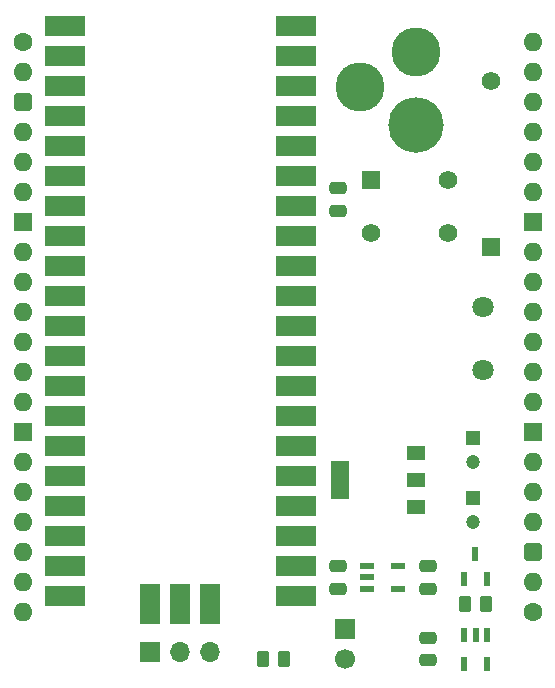
<source format=gts>
%TF.GenerationSoftware,KiCad,Pcbnew,7.0.5*%
%TF.CreationDate,2024-02-13T10:14:44+02:00*%
%TF.ProjectId,Pico,5069636f-2e6b-4696-9361-645f70636258,V0*%
%TF.SameCoordinates,PX3efb0c0PY4d83c00*%
%TF.FileFunction,Soldermask,Top*%
%TF.FilePolarity,Negative*%
%FSLAX46Y46*%
G04 Gerber Fmt 4.6, Leading zero omitted, Abs format (unit mm)*
G04 Created by KiCad (PCBNEW 7.0.5) date 2024-02-13 10:14:44*
%MOMM*%
%LPD*%
G01*
G04 APERTURE LIST*
G04 Aperture macros list*
%AMRoundRect*
0 Rectangle with rounded corners*
0 $1 Rounding radius*
0 $2 $3 $4 $5 $6 $7 $8 $9 X,Y pos of 4 corners*
0 Add a 4 corners polygon primitive as box body*
4,1,4,$2,$3,$4,$5,$6,$7,$8,$9,$2,$3,0*
0 Add four circle primitives for the rounded corners*
1,1,$1+$1,$2,$3*
1,1,$1+$1,$4,$5*
1,1,$1+$1,$6,$7*
1,1,$1+$1,$8,$9*
0 Add four rect primitives between the rounded corners*
20,1,$1+$1,$2,$3,$4,$5,0*
20,1,$1+$1,$4,$5,$6,$7,0*
20,1,$1+$1,$6,$7,$8,$9,0*
20,1,$1+$1,$8,$9,$2,$3,0*%
G04 Aperture macros list end*
%ADD10RoundRect,0.250000X-0.475000X0.250000X-0.475000X-0.250000X0.475000X-0.250000X0.475000X0.250000X0*%
%ADD11R,0.600000X1.250000*%
%ADD12RoundRect,0.250000X0.475000X-0.250000X0.475000X0.250000X-0.475000X0.250000X-0.475000X-0.250000X0*%
%ADD13R,1.200000X1.200000*%
%ADD14C,1.200000*%
%ADD15R,3.500000X1.700000*%
%ADD16R,1.700000X3.500000*%
%ADD17R,1.150000X0.600000*%
%ADD18R,1.500000X1.200000*%
%ADD19R,1.500000X3.300000*%
%ADD20R,1.575000X1.575000*%
%ADD21C,1.575000*%
%ADD22C,1.600000*%
%ADD23O,1.600000X1.600000*%
%ADD24RoundRect,0.400000X-0.400000X-0.400000X0.400000X-0.400000X0.400000X0.400000X-0.400000X0.400000X0*%
%ADD25R,1.600000X1.600000*%
%ADD26RoundRect,0.250000X-0.262500X-0.450000X0.262500X-0.450000X0.262500X0.450000X-0.262500X0.450000X0*%
%ADD27C,1.800000*%
%ADD28R,1.700000X1.700000*%
%ADD29C,1.700000*%
%ADD30RoundRect,0.400000X0.400000X0.400000X-0.400000X0.400000X-0.400000X-0.400000X0.400000X-0.400000X0*%
%ADD31C,4.700000*%
%ADD32C,4.150000*%
%ADD33O,1.700000X1.700000*%
G04 APERTURE END LIST*
D10*
%TO.C,C1*%
X26670001Y-12404000D03*
X26670001Y-14304000D03*
%TD*%
%TO.C,C3*%
X34290000Y-44408001D03*
X34290000Y-46308001D03*
%TD*%
D11*
%TO.C,IC3*%
X37375001Y-45435999D03*
X39275001Y-45435999D03*
X38325001Y-43335999D03*
%TD*%
D12*
%TO.C,C6*%
X34290000Y-52372001D03*
X34290000Y-50472001D03*
%TD*%
D13*
%TO.C,C4*%
X38100000Y-38654401D03*
D14*
X38100000Y-40654401D03*
%TD*%
D15*
%TO.C,U1*%
X3566790Y1330841D03*
X3566790Y-1209159D03*
X3566790Y-3749159D03*
X3566790Y-6289159D03*
X3566790Y-8829159D03*
X3566790Y-11369159D03*
X3566790Y-13909159D03*
X3566790Y-16449159D03*
X3566790Y-18989159D03*
X3566790Y-21529159D03*
X3566790Y-24069159D03*
X3566790Y-26609159D03*
X3566790Y-29149159D03*
X3566790Y-31689159D03*
X3566790Y-34229159D03*
X3566790Y-36769159D03*
X3566790Y-39309159D03*
X3566790Y-41849159D03*
X3566790Y-44389159D03*
X3566790Y-46929159D03*
X23146790Y-46929159D03*
X23146790Y-44389159D03*
X23146790Y-41849159D03*
X23146790Y-39309159D03*
X23146790Y-36769159D03*
X23146790Y-34229159D03*
X23146790Y-31689159D03*
X23146790Y-29149159D03*
X23146790Y-26609159D03*
X23146790Y-24069159D03*
X23146790Y-21529159D03*
X23146790Y-18989159D03*
X23146790Y-16449159D03*
X23146790Y-13909159D03*
X23146790Y-11369159D03*
X23146790Y-8829159D03*
X23146790Y-6289159D03*
X23146790Y-3749159D03*
X23146790Y-1209159D03*
X23146790Y1330841D03*
D16*
X10816790Y-47599159D03*
X13356790Y-47599159D03*
X15896790Y-47599159D03*
%TD*%
D17*
%TO.C,IC1*%
X29180000Y-44392001D03*
X29180000Y-45342001D03*
X29180000Y-46292001D03*
X31780000Y-46292001D03*
X31780000Y-44392001D03*
%TD*%
D18*
%TO.C,IC2*%
X33299000Y-39387001D03*
X33299000Y-37087001D03*
X33299000Y-34787001D03*
D19*
X26899000Y-37087001D03*
%TD*%
D20*
%TO.C,S2*%
X29516000Y-11686999D03*
D21*
X36016000Y-11686999D03*
X29516000Y-16186999D03*
X36016000Y-16186999D03*
%TD*%
D10*
%TO.C,C2*%
X26670000Y-44408000D03*
X26670000Y-46308000D03*
%TD*%
D20*
%TO.C,D1*%
X39624000Y-17402000D03*
D21*
X39624000Y-3302000D03*
%TD*%
D22*
%TO.C,J2*%
X0Y0D03*
D23*
X0Y-2540000D03*
D24*
X0Y-5080000D03*
D23*
X0Y-7620000D03*
X0Y-10160000D03*
X0Y-12700000D03*
D25*
X0Y-15240000D03*
D23*
X0Y-17780000D03*
X0Y-20320000D03*
X0Y-22860000D03*
X0Y-25400000D03*
X0Y-27940000D03*
X0Y-30480000D03*
D25*
X0Y-33020000D03*
D23*
X0Y-35560000D03*
X0Y-38100000D03*
X0Y-40640000D03*
X0Y-43180000D03*
X0Y-45720000D03*
X0Y-48260000D03*
%TD*%
D26*
%TO.C,R1*%
X20318290Y-52277160D03*
X22143290Y-52277160D03*
%TD*%
D27*
%TO.C,S1*%
X38989000Y-27782000D03*
X38989000Y-22482000D03*
%TD*%
D28*
%TO.C,LED1*%
X27326790Y-49747159D03*
D29*
X27326790Y-52287159D03*
%TD*%
D22*
%TO.C,J3*%
X43180000Y-48260000D03*
D23*
X43180000Y-45720000D03*
D30*
X43180000Y-43180000D03*
D23*
X43180000Y-40640000D03*
X43180000Y-38100000D03*
X43180000Y-35560000D03*
D25*
X43180000Y-33020000D03*
D23*
X43180000Y-30480000D03*
X43180000Y-27940000D03*
X43180000Y-25400000D03*
X43180000Y-22860000D03*
X43180000Y-20320000D03*
X43180000Y-17780000D03*
D25*
X43180000Y-15240000D03*
D23*
X43180000Y-12700000D03*
X43180000Y-10160000D03*
X43180000Y-7620000D03*
X43180000Y-5080000D03*
X43180000Y-2540000D03*
X43180000Y0D03*
%TD*%
D26*
%TO.C,R2*%
X37441501Y-47618000D03*
X39266501Y-47618000D03*
%TD*%
D13*
%TO.C,C5*%
X38100000Y-33574399D03*
D14*
X38100000Y-35574399D03*
%TD*%
D31*
%TO.C,J1*%
X33274000Y-7038800D03*
D32*
X28574000Y-3838800D03*
X33274000Y-838800D03*
%TD*%
D28*
%TO.C,J4*%
X10816790Y-51649161D03*
D33*
X13356790Y-51649161D03*
X15896790Y-51649161D03*
%TD*%
D11*
%TO.C,IC4*%
X39304001Y-50188001D03*
X38354001Y-50188001D03*
X37404001Y-50188001D03*
X37404001Y-52688001D03*
X39304001Y-52688001D03*
%TD*%
M02*

</source>
